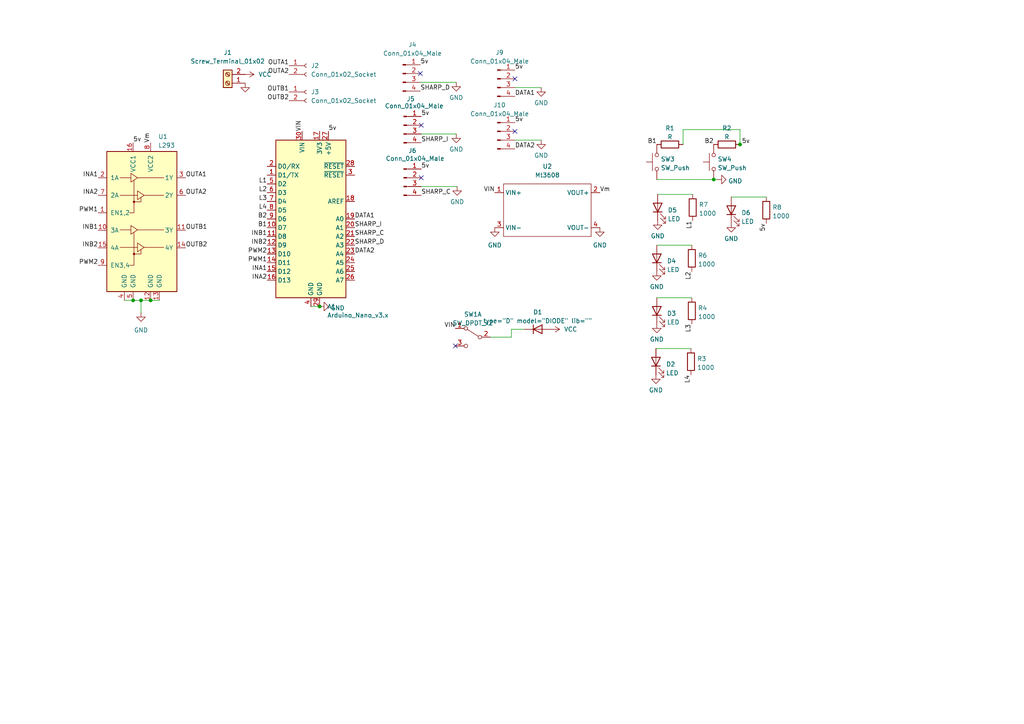
<source format=kicad_sch>
(kicad_sch (version 20230121) (generator eeschema)
  (paper "A4")
  (lib_symbols
    (symbol "Connector:Conn_01x02_Socket" (pin_names (offset 1.016) hide)
      (property "Reference" "J" (at 0 2.54 0))
      (property "Value" "Conn_01x02_Socket" (at 0 -5.08 0))
      (symbol "Conn_01x02_Socket_1_1"
        (arc (start 0 -2.032) (mid -0.5058 -2.54) (end 0 -3.048) (stroke (width 0.1524)))
        (polyline (pts (xy -1.27 -2.54) (xy -0.508 -2.54)) (stroke (width 0.1524)))
        (polyline (pts (xy -1.27 0) (xy -0.508 0)) (stroke (width 0.1524)))
        (arc (start 0 0.508) (mid -0.5058 0) (end 0 -0.508) (stroke (width 0.1524)))
        (pin passive line (at -5.08 0 0) (length 3.81) (name "Pin_1") (number "1"))
        (pin passive line (at -5.08 -2.54 0) (length 3.81) (name "Pin_2") (number "2"))
      )
    )
    (symbol "Connector:Conn_01x04_Male" (pin_names (offset 1.016) hide)
      (property "Reference" "J" (at 0 5.08 0))
      (property "Value" "Conn_01x04_Male" (at 0 -7.62 0))
      (symbol "Conn_01x04_Male_1_1"
        (polyline (pts (xy 1.27 -5.08) (xy 0.8636 -5.08)) (stroke (width 0.1524)))
        (polyline (pts (xy 1.27 -2.54) (xy 0.8636 -2.54)) (stroke (width 0.1524)))
        (polyline (pts (xy 1.27 0) (xy 0.8636 0)) (stroke (width 0.1524)))
        (polyline (pts (xy 1.27 2.54) (xy 0.8636 2.54)) (stroke (width 0.1524)))
        (rectangle (start 0.8636 -4.953) (end 0 -5.207) (stroke (width 0.1524)) (fill (type outline)))
        (rectangle (start 0.8636 -2.413) (end 0 -2.667) (stroke (width 0.1524)) (fill (type outline)))
        (rectangle (start 0.8636 0.127) (end 0 -0.127) (stroke (width 0.1524)) (fill (type outline)))
        (rectangle (start 0.8636 2.667) (end 0 2.413) (stroke (width 0.1524)) (fill (type outline)))
        (pin passive line (at 5.08 2.54 180) (length 3.81) (name "Pin_1") (number "1"))
        (pin passive line (at 5.08 0 180) (length 3.81) (name "Pin_2") (number "2"))
        (pin passive line (at 5.08 -2.54 180) (length 3.81) (name "Pin_3") (number "3"))
        (pin passive line (at 5.08 -5.08 180) (length 3.81) (name "Pin_4") (number "4"))
      )
    )
    (symbol "Connector:Screw_Terminal_01x02" (pin_names (offset 1.016) hide)
      (property "Reference" "J" (at 0 2.54 0))
      (property "Value" "Screw_Terminal_01x02" (at 0 -5.08 0))
      (symbol "Screw_Terminal_01x02_1_1"
        (rectangle (start -1.27 1.27) (end 1.27 -3.81) (stroke (width 0.254)) (fill (type background)))
        (circle (center 0 -2.54) (radius 0.635) (stroke (width 0.1524)))
        (polyline (pts (xy -0.5334 -2.2098) (xy 0.3302 -3.048)) (stroke (width 0.1524)))
        (polyline (pts (xy -0.5334 0.3302) (xy 0.3302 -0.508)) (stroke (width 0.1524)))
        (polyline (pts (xy -0.3556 -2.032) (xy 0.508 -2.8702)) (stroke (width 0.1524)))
        (polyline (pts (xy -0.3556 0.508) (xy 0.508 -0.3302)) (stroke (width 0.1524)))
        (circle (center 0 0) (radius 0.635) (stroke (width 0.1524)))
        (pin passive line (at -5.08 0 0) (length 3.81) (name "Pin_1") (number "1"))
        (pin passive line (at -5.08 -2.54 0) (length 3.81) (name "Pin_2") (number "2"))
      )
    )
    (symbol "Device:LED" (pin_numbers hide) (pin_names (offset 1.016) hide)
      (property "Reference" "D" (at 0 2.54 0))
      (property "Value" "LED" (at 0 -2.54 0))
      (symbol "LED_0_1"
        (polyline (pts (xy -1.27 -1.27) (xy -1.27 1.27)) (stroke (width 0.254)))
        (polyline (pts (xy -1.27 0) (xy 1.27 0)))
        (polyline (pts (xy 1.27 -1.27) (xy 1.27 1.27) (xy -1.27 0) (xy 1.27 -1.27)) (stroke (width 0.254)))
        (polyline (pts (xy -3.048 -0.762) (xy -4.572 -2.286) (xy -3.81 -2.286) (xy -4.572 -2.286) (xy -4.572 -1.524)))
        (polyline (pts (xy -1.778 -0.762) (xy -3.302 -2.286) (xy -2.54 -2.286) (xy -3.302 -2.286) (xy -3.302 -1.524)))
      )
      (symbol "LED_1_1"
        (pin passive line (at -3.81 0 0) (length 2.54) (name "K") (number "1"))
        (pin passive line (at 3.81 0 180) (length 2.54) (name "A") (number "2"))
      )
    )
    (symbol "Device:R" (pin_numbers hide) (pin_names (offset 0))
      (property "Reference" "R" (at 2.032 0 90))
      (property "Value" "R" (at 0 0 90))
      (symbol "R_0_1"
        (rectangle (start -1.016 -2.54) (end 1.016 2.54) (stroke (width 0.254)))
      )
      (symbol "R_1_1"
        (pin passive line (at 0 3.81 270) (length 1.27) (name "~") (number "1"))
        (pin passive line (at 0 -3.81 90) (length 1.27) (name "~") (number "2"))
      )
    )
    (symbol "Driver_Motor:L293" (pin_names (offset 1.016))
      (property "Reference" "U" (at -5.08 26.035 0))
      (property "Value" "L293" (at -5.08 24.13 0))
      (symbol "L293_0_1"
        (rectangle (start -10.16 22.86) (end 10.16 -17.78) (stroke (width 0.254)) (fill (type background)))
        (circle (center -2.286 -6.858) (radius 0.254) (fill (type outline)))
        (circle (center -2.286 8.255) (radius 0.254) (fill (type outline)))
        (polyline (pts (xy -6.35 -4.953) (xy -1.27 -4.953)))
        (polyline (pts (xy -6.35 0.127) (xy -3.175 0.127)))
        (polyline (pts (xy -6.35 10.16) (xy -1.27 10.16)))
        (polyline (pts (xy -6.35 15.24) (xy -3.175 15.24)))
        (polyline (pts (xy -1.27 0.127) (xy 6.35 0.127)))
        (polyline (pts (xy -1.27 15.24) (xy 6.35 15.24)))
        (polyline (pts (xy 0.635 -4.953) (xy 6.35 -4.953)))
        (polyline (pts (xy 0.635 10.16) (xy 6.35 10.16)))
        (polyline (pts (xy -2.286 -6.858) (xy -0.254 -6.858) (xy -0.254 -5.588)))
        (polyline (pts (xy -2.286 -0.635) (xy -2.286 -10.16) (xy -3.556 -10.16)))
        (polyline (pts (xy -2.286 8.255) (xy -0.254 8.255) (xy -0.254 9.525)))
        (polyline (pts (xy -2.286 14.478) (xy -2.286 5.08) (xy -3.556 5.08)))
        (polyline (pts (xy -3.175 1.397) (xy -3.175 -1.143) (xy -1.27 0.127) (xy -3.175 1.397)))
        (polyline (pts (xy -3.175 16.51) (xy -3.175 13.97) (xy -1.27 15.24) (xy -3.175 16.51)))
        (polyline (pts (xy -1.27 -3.683) (xy -1.27 -6.223) (xy 0.635 -4.953) (xy -1.27 -3.683)))
        (polyline (pts (xy -1.27 11.43) (xy -1.27 8.89) (xy 0.635 10.16) (xy -1.27 11.43)))
      )
      (symbol "L293_1_1"
        (pin input line (at -12.7 5.08 0) (length 2.54) (name "EN1,2") (number "1"))
        (pin input line (at -12.7 0 0) (length 2.54) (name "3A") (number "10"))
        (pin output line (at 12.7 0 180) (length 2.54) (name "3Y") (number "11"))
        (pin power_in line (at 2.54 -20.32 90) (length 2.54) (name "GND") (number "12"))
        (pin power_in line (at 5.08 -20.32 90) (length 2.54) (name "GND") (number "13"))
        (pin output line (at 12.7 -5.08 180) (length 2.54) (name "4Y") (number "14"))
        (pin input line (at -12.7 -5.08 0) (length 2.54) (name "4A") (number "15"))
        (pin power_in line (at -2.54 25.4 270) (length 2.54) (name "VCC1") (number "16"))
        (pin input line (at -12.7 15.24 0) (length 2.54) (name "1A") (number "2"))
        (pin output line (at 12.7 15.24 180) (length 2.54) (name "1Y") (number "3"))
        (pin power_in line (at -5.08 -20.32 90) (length 2.54) (name "GND") (number "4"))
        (pin power_in line (at -2.54 -20.32 90) (length 2.54) (name "GND") (number "5"))
        (pin output line (at 12.7 10.16 180) (length 2.54) (name "2Y") (number "6"))
        (pin input line (at -12.7 10.16 0) (length 2.54) (name "2A") (number "7"))
        (pin power_in line (at 2.54 25.4 270) (length 2.54) (name "VCC2") (number "8"))
        (pin input line (at -12.7 -10.16 0) (length 2.54) (name "EN3,4") (number "9"))
      )
    )
    (symbol "GND_1" (power) (pin_names (offset 0))
      (property "Value" "GND_1" (at 0 -3.81 0))
      (symbol "GND_1_0_1"
        (polyline (pts (xy 0 0) (xy 0 -1.27) (xy 1.27 -1.27) (xy 0 -2.54) (xy -1.27 -1.27) (xy 0 -1.27)))
      )
      (symbol "GND_1_1_1"
        (pin power_in line (at 0 0 270) (length 0) hide (name "GND") (number "1"))
      )
    )
    (symbol "MCU_Module:Arduino_Nano_v3.x"
      (property "Reference" "A" (at -10.16 23.495 0))
      (property "Value" "Arduino_Nano_v3.x" (at 5.08 -24.13 0))
      (symbol "Arduino_Nano_v3.x_0_1"
        (rectangle (start -10.16 22.86) (end 10.16 -22.86) (stroke (width 0.254)) (fill (type background)))
      )
      (symbol "Arduino_Nano_v3.x_1_1"
        (pin bidirectional line (at -12.7 12.7 0) (length 2.54) (name "D1/TX") (number "1"))
        (pin bidirectional line (at -12.7 -2.54 0) (length 2.54) (name "D7") (number "10"))
        (pin bidirectional line (at -12.7 -5.08 0) (length 2.54) (name "D8") (number "11"))
        (pin bidirectional line (at -12.7 -7.62 0) (length 2.54) (name "D9") (number "12"))
        (pin bidirectional line (at -12.7 -10.16 0) (length 2.54) (name "D10") (number "13"))
        (pin bidirectional line (at -12.7 -12.7 0) (length 2.54) (name "D11") (number "14"))
        (pin bidirectional line (at -12.7 -15.24 0) (length 2.54) (name "D12") (number "15"))
        (pin bidirectional line (at -12.7 -17.78 0) (length 2.54) (name "D13") (number "16"))
        (pin power_out line (at 2.54 25.4 270) (length 2.54) (name "3V3") (number "17"))
        (pin input line (at 12.7 5.08 180) (length 2.54) (name "AREF") (number "18"))
        (pin bidirectional line (at 12.7 0 180) (length 2.54) (name "A0") (number "19"))
        (pin bidirectional line (at -12.7 15.24 0) (length 2.54) (name "D0/RX") (number "2"))
        (pin bidirectional line (at 12.7 -2.54 180) (length 2.54) (name "A1") (number "20"))
        (pin bidirectional line (at 12.7 -5.08 180) (length 2.54) (name "A2") (number "21"))
        (pin bidirectional line (at 12.7 -7.62 180) (length 2.54) (name "A3") (number "22"))
        (pin bidirectional line (at 12.7 -10.16 180) (length 2.54) (name "A4") (number "23"))
        (pin bidirectional line (at 12.7 -12.7 180) (length 2.54) (name "A5") (number "24"))
        (pin bidirectional line (at 12.7 -15.24 180) (length 2.54) (name "A6") (number "25"))
        (pin bidirectional line (at 12.7 -17.78 180) (length 2.54) (name "A7") (number "26"))
        (pin power_out line (at 5.08 25.4 270) (length 2.54) (name "+5V") (number "27"))
        (pin input line (at 12.7 15.24 180) (length 2.54) (name "~{RESET}") (number "28"))
        (pin power_in line (at 2.54 -25.4 90) (length 2.54) (name "GND") (number "29"))
        (pin input line (at 12.7 12.7 180) (length 2.54) (name "~{RESET}") (number "3"))
        (pin power_in line (at -2.54 25.4 270) (length 2.54) (name "VIN") (number "30"))
        (pin power_in line (at 0 -25.4 90) (length 2.54) (name "GND") (number "4"))
        (pin bidirectional line (at -12.7 10.16 0) (length 2.54) (name "D2") (number "5"))
        (pin bidirectional line (at -12.7 7.62 0) (length 2.54) (name "D3") (number "6"))
        (pin bidirectional line (at -12.7 5.08 0) (length 2.54) (name "D4") (number "7"))
        (pin bidirectional line (at -12.7 2.54 0) (length 2.54) (name "D5") (number "8"))
        (pin bidirectional line (at -12.7 0 0) (length 2.54) (name "D6") (number "9"))
      )
    )
    (symbol "Simulation_SPICE:DIODE" (pin_numbers hide) (pin_names (offset 1.016) hide)
      (property "Reference" "D" (at 0 2.54 0))
      (property "Value" "DIODE" (at 0 -2.54 0))
      (symbol "DIODE_0_1"
        (polyline (pts (xy 1.27 0) (xy -1.27 0)))
        (polyline (pts (xy 1.27 1.27) (xy 1.27 -1.27)) (stroke (width 0.254)))
        (polyline (pts (xy -1.27 -1.27) (xy -1.27 1.27) (xy 1.27 0) (xy -1.27 -1.27)) (stroke (width 0.254)))
      )
      (symbol "DIODE_1_1"
        (pin passive line (at -3.81 0 0) (length 2.54) (name "A") (number "1"))
        (pin passive line (at 3.81 0 180) (length 2.54) (name "K") (number "2"))
      )
    )
    (symbol "Switch:SW_DPDT_x2" (pin_names (offset 0) hide)
      (property "Reference" "SW" (at 0 4.318 0))
      (property "Value" "SW_DPDT_x2" (at 0 -5.08 0))
      (symbol "SW_DPDT_x2_0_0"
        (circle (center -2.032 0) (radius 0.508))
        (circle (center 2.032 -2.54) (radius 0.508))
      )
      (symbol "SW_DPDT_x2_0_1"
        (polyline (pts (xy -1.524 0.254) (xy 1.651 2.286)))
        (circle (center 2.032 2.54) (radius 0.508))
      )
      (symbol "SW_DPDT_x2_1_1"
        (pin passive line (at 5.08 2.54 180) (length 2.54) (name "A") (number "1"))
        (pin passive line (at -5.08 0 0) (length 2.54) (name "B") (number "2"))
        (pin passive line (at 5.08 -2.54 180) (length 2.54) (name "C") (number "3"))
      )
      (symbol "SW_DPDT_x2_2_1"
        (pin passive line (at 5.08 2.54 180) (length 2.54) (name "A") (number "4"))
        (pin passive line (at -5.08 0 0) (length 2.54) (name "B") (number "5"))
        (pin passive line (at 5.08 -2.54 180) (length 2.54) (name "C") (number "6"))
      )
    )
    (symbol "Switch:SW_Push" (pin_numbers hide) (pin_names (offset 1.016) hide)
      (property "Reference" "SW" (at 1.27 2.54 0))
      (property "Value" "SW_Push" (at 0 -1.524 0))
      (symbol "SW_Push_0_1"
        (circle (center -2.032 0) (radius 0.508))
        (polyline (pts (xy 0 1.27) (xy 0 3.048)))
        (polyline (pts (xy 2.54 1.27) (xy -2.54 1.27)))
        (circle (center 2.032 0) (radius 0.508))
        (pin passive line (at -5.08 0 0) (length 2.54) (name "1") (number "1"))
        (pin passive line (at 5.08 0 180) (length 2.54) (name "2") (number "2"))
      )
    )
    (symbol "power:GND" (power) (pin_names (offset 0))
      (property "Value" "GND" (at 0 -3.81 0))
      (symbol "GND_0_1"
        (polyline (pts (xy 0 0) (xy 0 -1.27) (xy 1.27 -1.27) (xy 0 -2.54) (xy -1.27 -1.27) (xy 0 -1.27)))
      )
      (symbol "GND_1_1"
        (pin power_in line (at 0 0 270) (length 0) hide (name "GND") (number "1"))
      )
    )
    (symbol "power:VCC" (power) (pin_names (offset 0))
      (property "Value" "VCC" (at 0 3.81 0))
      (symbol "VCC_0_1"
        (polyline (pts (xy -0.762 1.27) (xy 0 2.54)))
        (polyline (pts (xy 0 0) (xy 0 2.54)))
        (polyline (pts (xy 0 2.54) (xy 0.762 1.27)))
      )
      (symbol "VCC_1_1"
        (pin power_in line (at 0 0 90) (length 0) hide (name "VCC") (number "1"))
      )
    )
    (symbol "propios:Mt3608"
      (property "Reference" "U" (at 0 0 0))
      (property "Value" "Mt3608" (at 0 0 0))
      (symbol "Mt3608_0_1"
        (rectangle (start -12.7 -2.54) (end 12.7 -17.78))
      )
      (symbol "Mt3608_1_1"
        (pin input line (at -15.24 -5.08 0) (length 2.54) (name "VIN+") (number "1"))
        (pin input line (at 15.24 -5.08 180) (length 2.54) (name "VOUT+") (number "2"))
        (pin input line (at -15.24 -15.24 0) (length 2.54) (name "VIN-") (number "3"))
        (pin input line (at 15.24 -15.24 180) (length 2.54) (name "VOUT-") (number "4"))
      )
    )
  )
  (junction (at 214.63 41.91))
  (junction (at 207.01 52.07))
  (junction (at 43.688 87.122))
  (junction (at 38.608 87.122))
  (junction (at 92.71 88.9))
  (junction (at 40.894 87.122))
  (no_connect (at 122.174 36.322))
  (no_connect (at 121.92 21.336))
  (no_connect (at 132.08 100.33))
  (no_connect (at 149.352 22.86))
  (no_connect (at 122.174 51.562))
  (no_connect (at 149.352 38.1))
  (wire (pts (xy 38.608 87.122) (xy 40.894 87.122)))
  (wire (pts (xy 132.334 38.862) (xy 122.174 38.862)))
  (wire (pts (xy 190.5 86.36) (xy 200.66 86.36)))
  (wire (pts (xy 148.336 97.79) (xy 142.24 97.79)))
  (wire (pts (xy 190.5 52.07) (xy 207.01 52.07)))
  (wire (pts (xy 148.336 95.504) (xy 148.336 97.79)))
  (wire (pts (xy 214.63 37.592) (xy 214.63 41.91)))
  (wire (pts (xy 156.972 25.4) (xy 149.352 25.4)))
  (wire (pts (xy 156.972 40.64) (xy 149.352 40.64)))
  (wire (pts (xy 212.09 57.15) (xy 222.25 57.15)))
  (wire (pts (xy 152.146 95.504) (xy 148.336 95.504)))
  (wire (pts (xy 90.17 88.9) (xy 92.71 88.9)))
  (wire (pts (xy 198.12 37.592) (xy 214.63 37.592)))
  (wire (pts (xy 198.12 41.91) (xy 198.12 37.592)))
  (wire (pts (xy 190.5 71.12) (xy 200.66 71.12)))
  (wire (pts (xy 190.754 56.388) (xy 200.914 56.388)))
  (wire (pts (xy 36.068 87.122) (xy 38.608 87.122)))
  (wire (pts (xy 43.688 87.122) (xy 46.228 87.122)))
  (wire (pts (xy 190.246 101.092) (xy 200.406 101.092)))
  (wire (pts (xy 215.138 41.91) (xy 214.63 41.91)))
  (wire (pts (xy 132.334 23.876) (xy 121.92 23.876)))
  (wire (pts (xy 40.894 87.122) (xy 43.688 87.122)))
  (wire (pts (xy 207.01 52.07) (xy 208.026 52.07)))
  (wire (pts (xy 132.588 54.102) (xy 122.174 54.102)))
  (wire (pts (xy 40.894 90.678) (xy 40.894 87.122)))
  (label "L2" (at 77.47 55.88 180))
  (label "B1" (at 77.47 66.04 180))
  (label "DATA2" (at 149.352 43.18 0))
  (label "5v" (at 215.138 41.91 0))
  (label "SHARP_I" (at 102.87 66.04 0))
  (label "OUTA1" (at 53.848 51.562 0))
  (label "5v" (at 222.25 64.77 270))
  (label "L1" (at 200.914 64.008 270))
  (label "INA1" (at 77.47 78.74 180))
  (label "SHARP_D" (at 121.92 26.416 0))
  (label "DATA1" (at 102.87 63.5 0))
  (label "B2" (at 207.01 41.91 180))
  (label "L3" (at 77.47 58.42 180))
  (label "5v" (at 38.608 41.402 0))
  (label "5v" (at 121.92 18.796 0))
  (label "5v" (at 149.352 35.56 0))
  (label "DATA2" (at 102.87 73.66 0))
  (label "SHARP_D" (at 102.87 71.12 0))
  (label "PWM2" (at 28.448 76.962 180))
  (label "INA2" (at 28.448 56.642 180))
  (label "INB1" (at 28.448 66.802 180))
  (label "L1" (at 77.47 53.34 180))
  (label "INB1" (at 77.47 68.58 180))
  (label "INB2" (at 77.47 71.12 180))
  (label "5v" (at 95.25 38.1 0))
  (label "OUTA2" (at 83.82 21.59 180))
  (label "L2" (at 200.66 78.74 270))
  (label "5v" (at 122.174 49.022 0))
  (label "Vm" (at 173.99 55.88 0))
  (label "B2" (at 77.47 63.5 180))
  (label "L3" (at 200.66 93.98 270))
  (label "5v" (at 122.174 33.782 0))
  (label "VIN" (at 143.51 55.88 180))
  (label "INA1" (at 28.448 51.562 180))
  (label "VIN" (at 87.63 38.1 90))
  (label "DATA1" (at 149.352 27.94 0))
  (label "OUTB1" (at 53.848 66.802 0))
  (label "OUTB2" (at 83.82 29.21 180))
  (label "PWM2" (at 77.47 73.66 180))
  (label "Vm" (at 43.688 41.402 90))
  (label "INA2" (at 77.47 81.28 180))
  (label "PWM1" (at 77.47 76.2 180))
  (label "VIN" (at 132.08 95.25 180))
  (label "SHARP_C" (at 102.87 68.58 0))
  (label "OUTA1" (at 83.82 19.05 180))
  (label "PWM1" (at 28.448 61.722 180))
  (label "5v" (at 149.352 20.32 0))
  (label "OUTA2" (at 53.848 56.642 0))
  (label "L4" (at 77.47 60.96 180))
  (label "SHARP_C" (at 122.174 56.642 0))
  (label "INB2" (at 28.448 71.882 180))
  (label "L4" (at 200.406 108.712 270))
  (label "OUTB2" (at 53.848 71.882 0))
  (label "OUTB1" (at 83.82 26.67 180))
  (label "B1" (at 190.5 41.91 180))
  (label "SHARP_I" (at 122.174 41.402 0))
  (symbol (lib_id "Connector:Conn_01x04_Male") (at 116.84 21.336 0) (unit 1)
    (property "Reference" "J4" (at 119.634 12.954 0))
    (property "Value" "Conn_01x04_Male" (at 119.634 15.494 0))
    (property "Footprint" "Connector_PinHeader_2.54mm:PinHeader_1x04_P2.54mm_Vertical" (effects hide))
  )
  (symbol (lib_id "Device:R") (at 200.66 90.17 0) (unit 1)
    (property "Reference" "R4" (at 202.438 89.3353 0) (effects (justify left)))
    (property "Value" "1000" (at 202.438 91.8722 0) (effects (justify left)))
    (property "Footprint" "Resistor_SMD:R_1206_3216Metric_Pad1.30x1.75mm_HandSolder" (effects hide))
  )
  (symbol (lib_id "propios:Mt3608") (at 158.75 50.8 0) (unit 1)
    (property "Reference" "U2" (at 158.75 48.26 0))
    (property "Value" "Mt3608" (at 158.75 50.8 0))
    (property "Footprint" "propios:MT3608" (effects hide))
  )
  (symbol (lib_id "power:GND") (at 40.894 90.678 0) (unit 1)
    (property "Reference" "#PWR019" (effects hide))
    (property "Value" "GND" (at 40.894 95.758 0))
  )
  (symbol (lib_id "Switch:SW_Push") (at 190.5 46.99 90) (unit 1)
    (property "Reference" "SW3" (at 191.643 46.1553 90) (effects (justify right)))
    (property "Value" "SW_Push" (at 191.643 48.6922 90) (effects (justify right)))
    (property "Footprint" "Button_Switch_THT:SW_PUSH_6mm" (effects hide))
  )
  (symbol (lib_id "Device:R") (at 222.25 60.96 0) (unit 1)
    (property "Reference" "R8" (at 224.028 60.1253 0) (effects (justify left)))
    (property "Value" "1000" (at 224.028 62.6622 0) (effects (justify left)))
    (property "Footprint" "Resistor_SMD:R_1206_3216Metric_Pad1.30x1.75mm_HandSolder" (effects hide))
  )
  (symbol (lib_id "Switch:SW_Push") (at 207.01 46.99 90) (unit 1)
    (property "Reference" "SW4" (at 208.153 46.1553 90) (effects (justify right)))
    (property "Value" "SW_Push" (at 208.153 48.6922 90) (effects (justify right)))
    (property "Footprint" "Button_Switch_THT:SW_PUSH_6mm" (effects hide))
  )
  (symbol (lib_id "power:VCC") (at 71.12 21.59 270) (unit 1)
    (property "Reference" "#PWR06" (effects hide))
    (property "Value" "VCC" (at 74.93 21.59 90) (effects (justify left)))
  )
  (symbol (lib_id "Connector:Screw_Terminal_01x02") (at 66.04 24.13 180) (unit 1)
    (property "Reference" "J1" (at 66.04 15.24 0))
    (property "Value" "Screw_Terminal_01x02" (at 66.04 17.78 0))
    (property "Footprint" "Connector_PinSocket_2.54mm:PinSocket_1x02_P2.54mm_Vertical" (effects hide))
  )
  (symbol (lib_id "Switch:SW_DPDT_x2") (at 137.16 97.79 0) (mirror y) (unit 1)
    (property "Reference" "SW1" (at 137.16 91.1692 0))
    (property "Value" "SW_DPDT_x2" (at 137.16 93.7061 0))
    (property "Footprint" "Button_Switch_THT:SW_Slide_1P2T_CK_OS102011MS2Q" (effects hide))
  )
  (symbol (lib_id "Driver_Motor:L293") (at 41.148 66.802 0) (unit 1)
    (property "Reference" "U1" (at 45.8821 39.624 0) (effects (justify left)))
    (property "Value" "L293" (at 45.8821 42.164 0) (effects (justify left)))
    (property "Footprint" "Package_DIP:DIP-16_W7.62mm" (effects hide))
    (property "Datasheet" "http://www.ti.com/lit/ds/symlink/l293.pdf" (effects hide))
  )
  (symbol (lib_id "power:GND") (at 190.754 64.008 0) (unit 1)
    (property "Reference" "#PWR02" (effects hide))
    (property "Value" "GND" (at 190.754 68.4514 0))
  )
  (symbol (lib_id "Connector:Conn_01x02_Socket") (at 88.9 26.67 0) (unit 1)
    (property "Reference" "J3" (at 90.17 26.67 0) (effects (justify left)))
    (property "Value" "Conn_01x02_Socket" (at 90.17 29.21 0) (effects (justify left)))
    (property "Footprint" "Connector_PinSocket_2.54mm:PinSocket_1x02_P2.54mm_Vertical" (effects hide))
  )
  (symbol (lib_id "Simulation_SPICE:DIODE") (at 155.956 95.504 180) (unit 1)
    (property "Reference" "D1" (at 155.956 90.5342 0))
    (property "Value" "${SIM.PARAMS}" (at 155.956 93.0711 0))
    (property "Footprint" "Diode_THT:D_5W_P5.08mm_Vertical_AnodeUp" (effects hide))
    (property "Sim.Device" "SPICE" (effects hide))
    (property "Sim.Params" "type=\"D\" model=\"DIODE\" lib=\"\"" (effects hide))
    (property "Sim.Pins" "1=1 2=2" (effects hide))
  )
  (symbol (lib_id "power:GND") (at 132.334 38.862 0) (unit 1)
    (property "Reference" "#PWR015" (effects hide))
    (property "Value" "GND" (at 132.334 43.3054 0))
  )
  (symbol (lib_id "Connector:Conn_01x04_Male") (at 144.272 22.86 0) (unit 1)
    (property "Reference" "J9" (at 144.907 15.24 0))
    (property "Value" "Conn_01x04_Male" (at 144.907 17.78 0))
    (property "Footprint" "Connector_PinHeader_2.54mm:PinHeader_1x04_P2.54mm_Vertical" (effects hide))
  )
  (symbol (lib_id "power:GND") (at 212.09 64.77 0) (unit 1)
    (property "Reference" "#PWR03" (effects hide))
    (property "Value" "GND" (at 212.09 69.2134 0))
  )
  (symbol (lib_id "Device:R") (at 200.66 74.93 0) (unit 1)
    (property "Reference" "R6" (at 202.438 74.0953 0) (effects (justify left)))
    (property "Value" "1000" (at 202.438 76.6322 0) (effects (justify left)))
    (property "Footprint" "Resistor_SMD:R_1206_3216Metric_Pad1.30x1.75mm_HandSolder" (effects hide))
  )
  (symbol (lib_id "power:GND") (at 156.972 25.4 0) (unit 1)
    (property "Reference" "#PWR011" (effects hide))
    (property "Value" "GND" (at 156.972 29.8434 0))
  )
  (symbol (lib_name "GND_1") (lib_id "power:GND") (at 143.51 66.04 0) (unit 1)
    (property "Reference" "#PWR08" (effects hide))
    (property "Value" "GND" (at 143.51 71.12 0))
  )
  (symbol (lib_id "Device:LED") (at 190.5 90.17 90) (unit 1)
    (property "Reference" "D3" (at 193.421 90.9228 90) (effects (justify right)))
    (property "Value" "LED" (at 193.421 93.4597 90) (effects (justify right)))
    (property "Footprint" "LED_THT:LED_D3.0mm" (effects hide))
  )
  (symbol (lib_id "Connector:Conn_01x04_Male") (at 117.094 51.562 0) (unit 1)
    (property "Reference" "J6" (at 119.634 43.688 0))
    (property "Value" "Conn_01x04_Male" (at 120.396 45.974 0))
    (property "Footprint" "Connector_PinHeader_2.54mm:PinHeader_1x04_P2.54mm_Vertical" (effects hide))
  )
  (symbol (lib_id "power:GND") (at 190.246 108.712 0) (unit 1)
    (property "Reference" "#PWR012" (effects hide))
    (property "Value" "GND" (at 190.246 113.1554 0))
  )
  (symbol (lib_id "Device:R") (at 200.406 104.902 0) (unit 1)
    (property "Reference" "R3" (at 202.184 104.0673 0) (effects (justify left)))
    (property "Value" "1000" (at 202.184 106.6042 0) (effects (justify left)))
    (property "Footprint" "Resistor_SMD:R_1206_3216Metric_Pad1.30x1.75mm_HandSolder" (effects hide))
  )
  (symbol (lib_id "Device:LED") (at 190.5 74.93 90) (unit 1)
    (property "Reference" "D4" (at 193.421 75.6828 90) (effects (justify right)))
    (property "Value" "LED" (at 193.421 78.2197 90) (effects (justify right)))
    (property "Footprint" "LED_THT:LED_D3.0mm" (effects hide))
  )
  (symbol (lib_id "power:GND") (at 190.5 78.74 0) (unit 1)
    (property "Reference" "#PWR01" (effects hide))
    (property "Value" "GND" (at 190.5 83.1834 0))
  )
  (symbol (lib_id "Device:LED") (at 190.246 104.902 90) (unit 1)
    (property "Reference" "D2" (at 193.167 105.6548 90) (effects (justify right)))
    (property "Value" "LED" (at 193.167 108.1917 90) (effects (justify right)))
    (property "Footprint" "LED_THT:LED_D3.0mm" (effects hide))
  )
  (symbol (lib_id "power:VCC") (at 159.766 95.504 270) (unit 1)
    (property "Reference" "#PWR010" (effects hide))
    (property "Value" "VCC" (at 163.576 95.504 90) (effects (justify left)))
  )
  (symbol (lib_id "power:GND") (at 132.334 23.876 0) (unit 1)
    (property "Reference" "#PWR014" (effects hide))
    (property "Value" "GND" (at 132.334 28.3194 0))
  )
  (symbol (lib_id "power:GND") (at 190.5 93.98 0) (unit 1)
    (property "Reference" "#PWR017" (effects hide))
    (property "Value" "GND" (at 190.5 98.4234 0))
  )
  (symbol (lib_id "Device:LED") (at 190.754 60.198 90) (unit 1)
    (property "Reference" "D5" (at 193.675 60.9508 90) (effects (justify right)))
    (property "Value" "LED" (at 193.675 63.4877 90) (effects (justify right)))
    (property "Footprint" "LED_THT:LED_D3.0mm" (effects hide))
  )
  (symbol (lib_id "power:GND") (at 208.026 52.07 90) (unit 1)
    (property "Reference" "#PWR04" (effects hide))
    (property "Value" "GND" (at 211.201 52.5038 90) (effects (justify right)))
  )
  (symbol (lib_id "Connector:Conn_01x04_Male") (at 117.094 36.322 0) (unit 1)
    (property "Reference" "J5" (at 119.126 28.702 0))
    (property "Value" "Conn_01x04_Male" (at 120.142 30.734 0))
    (property "Footprint" "Connector_PinHeader_2.54mm:PinHeader_1x04_P2.54mm_Vertical" (effects hide))
  )
  (symbol (lib_id "Device:R") (at 194.31 41.91 270) (unit 1)
    (property "Reference" "R1" (at 194.31 37.1942 90))
    (property "Value" "R" (at 194.31 39.7311 90))
    (property "Footprint" "Resistor_SMD:R_1206_3216Metric_Pad1.30x1.75mm_HandSolder" (effects hide))
  )
  (symbol (lib_id "Connector:Conn_01x02_Socket") (at 88.9 19.05 0) (unit 1)
    (property "Reference" "J2" (at 90.17 19.05 0) (effects (justify left)))
    (property "Value" "Conn_01x02_Socket" (at 90.17 21.59 0) (effects (justify left)))
    (property "Footprint" "Connector_PinSocket_2.54mm:PinSocket_1x02_P2.54mm_Vertical" (effects hide))
  )
  (symbol (lib_name "GND_1") (lib_id "power:GND") (at 173.99 66.04 0) (unit 1)
    (property "Reference" "#PWR09" (effects hide))
    (property "Value" "GND" (at 173.99 71.12 0))
  )
  (symbol (lib_id "MCU_Module:Arduino_Nano_v3.x") (at 90.17 63.5 0) (unit 1)
    (property "Reference" "A1" (at 94.9041 88.9 0) (effects (justify left)))
    (property "Value" "Arduino_Nano_v3.x" (at 94.9041 91.44 0) (effects (justify left)))
    (property "Footprint" "Module:Arduino_Nano" (effects hide))
    (property "Datasheet" "http://www.mouser.com/pdfdocs/Gravitech_Arduino_Nano3_0.pdf" (effects hide))
  )
  (symbol (lib_id "Device:R") (at 210.82 41.91 90) (unit 1)
    (property "Reference" "R2" (at 210.82 37.1942 90))
    (property "Value" "R" (at 210.82 39.7311 90))
    (property "Footprint" "Resistor_SMD:R_1206_3216Metric_Pad1.30x1.75mm_HandSolder" (effects hide))
  )
  (symbol (lib_id "Device:R") (at 200.914 60.198 0) (unit 1)
    (property "Reference" "R7" (at 202.692 59.3633 0) (effects (justify left)))
    (property "Value" "1000" (at 202.692 61.9002 0) (effects (justify left)))
    (property "Footprint" "Resistor_SMD:R_1206_3216Metric_Pad1.30x1.75mm_HandSolder" (effects hide))
  )
  (symbol (lib_id "Connector:Conn_01x04_Male") (at 144.272 38.1 0) (unit 1)
    (property "Reference" "J10" (at 144.907 30.48 0))
    (property "Value" "Conn_01x04_Male" (at 144.907 33.02 0))
    (property "Footprint" "Connector_PinHeader_2.54mm:PinHeader_1x04_P2.54mm_Vertical" (effects hide))
  )
  (symbol (lib_id "power:GND") (at 92.71 88.9 90) (unit 1)
    (property "Reference" "#PWR05" (effects hide))
    (property "Value" "GND" (at 95.885 89.3338 90) (effects (justify right)))
  )
  (symbol (lib_id "Device:LED") (at 212.09 60.96 90) (unit 1)
    (property "Reference" "D6" (at 215.011 61.7128 90) (effects (justify right)))
    (property "Value" "LED" (at 215.011 64.2497 90) (effects (justify right)))
    (property "Footprint" "LED_THT:LED_D3.0mm" (effects hide))
  )
  (symbol (lib_name "GND_1") (lib_id "power:GND") (at 71.12 24.13 0) (unit 1)
    (property "Reference" "#PWR07" (effects hide))
    (property "Value" "GND" (effects hide))
  )
  (symbol (lib_id "power:GND") (at 156.972 40.64 0) (unit 1)
    (property "Reference" "#PWR013" (effects hide))
    (property "Value" "GND" (at 156.972 45.0834 0))
  )
  (symbol (lib_id "power:GND") (at 132.588 54.102 0) (unit 1)
    (property "Reference" "#PWR016" (effects hide))
    (property "Value" "GND" (at 132.588 58.5454 0))
  )
)
</source>
